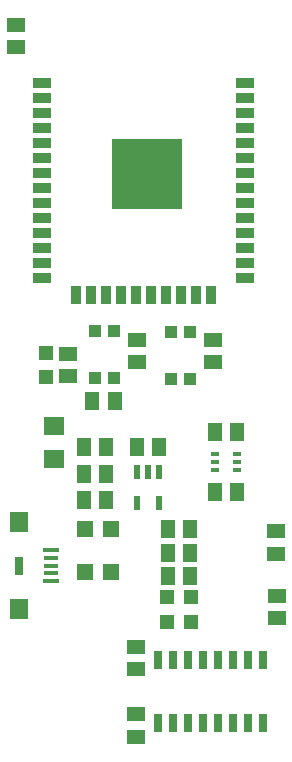
<source format=gtp>
G75*
%MOIN*%
%OFA0B0*%
%FSLAX25Y25*%
%IPPOS*%
%LPD*%
%AMOC8*
5,1,8,0,0,1.08239X$1,22.5*
%
%ADD10R,0.04882X0.05906*%
%ADD11R,0.02165X0.04724*%
%ADD12R,0.04724X0.04724*%
%ADD13R,0.05906X0.04882*%
%ADD14R,0.05906X0.03543*%
%ADD15R,0.03543X0.05906*%
%ADD16R,0.23622X0.23622*%
%ADD17R,0.04724X0.05118*%
%ADD18R,0.03937X0.03937*%
%ADD19R,0.05512X0.05512*%
%ADD20R,0.02598X0.01181*%
%ADD21R,0.07087X0.06299*%
%ADD22R,0.05709X0.01575*%
%ADD23R,0.05906X0.07087*%
%ADD24R,0.02756X0.05906*%
%ADD25R,0.04921X0.01181*%
%ADD26R,0.02500X0.06000*%
D10*
X0051230Y0092900D03*
X0051230Y0101400D03*
X0051230Y0110400D03*
X0058710Y0110400D03*
X0058710Y0101400D03*
X0058710Y0092900D03*
X0068955Y0110400D03*
X0076435Y0110400D03*
X0079255Y0083209D03*
X0079255Y0075192D03*
X0079255Y0067400D03*
X0086735Y0067400D03*
X0086735Y0075192D03*
X0086735Y0083209D03*
X0094855Y0095400D03*
X0102335Y0095400D03*
X0102335Y0115400D03*
X0094855Y0115400D03*
X0061585Y0125650D03*
X0054105Y0125650D03*
D11*
X0068955Y0102119D03*
X0072695Y0102119D03*
X0076435Y0102119D03*
X0076435Y0091881D03*
X0068955Y0091881D03*
D12*
X0078861Y0060275D03*
X0087129Y0060275D03*
X0038795Y0133616D03*
X0038795Y0141884D03*
D13*
X0045895Y0141540D03*
X0045895Y0134060D03*
X0069045Y0138660D03*
X0069045Y0146140D03*
X0094345Y0146140D03*
X0094345Y0138660D03*
X0115345Y0082390D03*
X0115345Y0074910D03*
X0115595Y0060890D03*
X0115595Y0053410D03*
X0068795Y0043890D03*
X0068795Y0036410D03*
X0068595Y0021390D03*
X0068595Y0013910D03*
X0028595Y0243660D03*
X0028595Y0251140D03*
D14*
X0037237Y0231585D03*
X0037237Y0226585D03*
X0037237Y0221585D03*
X0037237Y0216585D03*
X0037237Y0211585D03*
X0037237Y0206585D03*
X0037237Y0201585D03*
X0037237Y0196585D03*
X0037237Y0191585D03*
X0037237Y0186585D03*
X0037237Y0181585D03*
X0037237Y0176585D03*
X0037237Y0171585D03*
X0037237Y0166585D03*
X0104953Y0166585D03*
X0104953Y0171585D03*
X0104953Y0176585D03*
X0104953Y0181585D03*
X0104953Y0186585D03*
X0104953Y0191585D03*
X0104953Y0196585D03*
X0104953Y0201585D03*
X0104953Y0206585D03*
X0104953Y0211585D03*
X0104953Y0216585D03*
X0104953Y0221585D03*
X0104953Y0226585D03*
X0104953Y0231585D03*
D15*
X0093654Y0161113D03*
X0088654Y0161113D03*
X0083654Y0161113D03*
X0078654Y0161113D03*
X0073654Y0161113D03*
X0068654Y0161113D03*
X0063654Y0161113D03*
X0058654Y0161113D03*
X0053654Y0161113D03*
X0048654Y0161113D03*
D16*
X0072434Y0201270D03*
D17*
X0078870Y0051950D03*
X0086870Y0051950D03*
D18*
X0086495Y0133026D03*
X0080196Y0133026D03*
X0080196Y0148774D03*
X0086495Y0148774D03*
X0061195Y0149024D03*
X0054896Y0149024D03*
X0054896Y0133276D03*
X0061195Y0133276D03*
D19*
X0060445Y0083183D03*
X0060445Y0068617D03*
X0051570Y0068617D03*
X0051570Y0083183D03*
D20*
X0094973Y0102841D03*
X0094973Y0105400D03*
X0094973Y0107959D03*
X0102217Y0107959D03*
X0102217Y0105400D03*
X0102217Y0102841D03*
D21*
X0041395Y0106288D03*
X0041395Y0117312D03*
D22*
X0040423Y0076018D03*
X0040423Y0065782D03*
D23*
X0029695Y0056396D03*
X0029695Y0085404D03*
D24*
X0029695Y0070900D03*
D25*
X0040423Y0070900D03*
X0040423Y0068341D03*
X0040423Y0073459D03*
D26*
X0076095Y0039510D03*
X0081095Y0039510D03*
X0086095Y0039510D03*
X0091095Y0039510D03*
X0096095Y0039510D03*
X0101095Y0039510D03*
X0106095Y0039510D03*
X0111095Y0039510D03*
X0111095Y0018290D03*
X0106095Y0018290D03*
X0101095Y0018290D03*
X0096095Y0018290D03*
X0091095Y0018290D03*
X0086095Y0018290D03*
X0081095Y0018290D03*
X0076095Y0018290D03*
M02*

</source>
